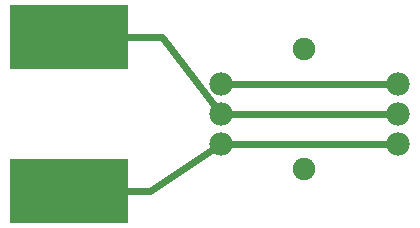
<source format=gtl>
G04 MADE WITH FRITZING*
G04 WWW.FRITZING.ORG*
G04 DOUBLE SIDED*
G04 HOLES PLATED*
G04 CONTOUR ON CENTER OF CONTOUR VECTOR*
%ASAXBY*%
%FSLAX23Y23*%
%MOIN*%
%OFA0B0*%
%SFA1.0B1.0*%
%ADD10C,0.075000*%
%ADD11C,0.078000*%
%ADD12R,0.393701X0.212599*%
%ADD13C,0.024000*%
%LNCOPPER1*%
G90*
G70*
G54D10*
X987Y608D03*
X987Y208D03*
G54D11*
X1302Y490D03*
X1302Y390D03*
X1302Y290D03*
X711Y490D03*
X711Y390D03*
X711Y290D03*
G54D12*
X205Y136D03*
X205Y648D03*
G54D13*
X1283Y490D02*
X730Y490D01*
D02*
X1283Y390D02*
X730Y390D01*
D02*
X1283Y290D02*
X730Y290D01*
D02*
X514Y648D02*
X396Y648D01*
D02*
X700Y405D02*
X514Y648D01*
D02*
X475Y135D02*
X396Y136D01*
D02*
X695Y280D02*
X475Y135D01*
G04 End of Copper1*
M02*
</source>
